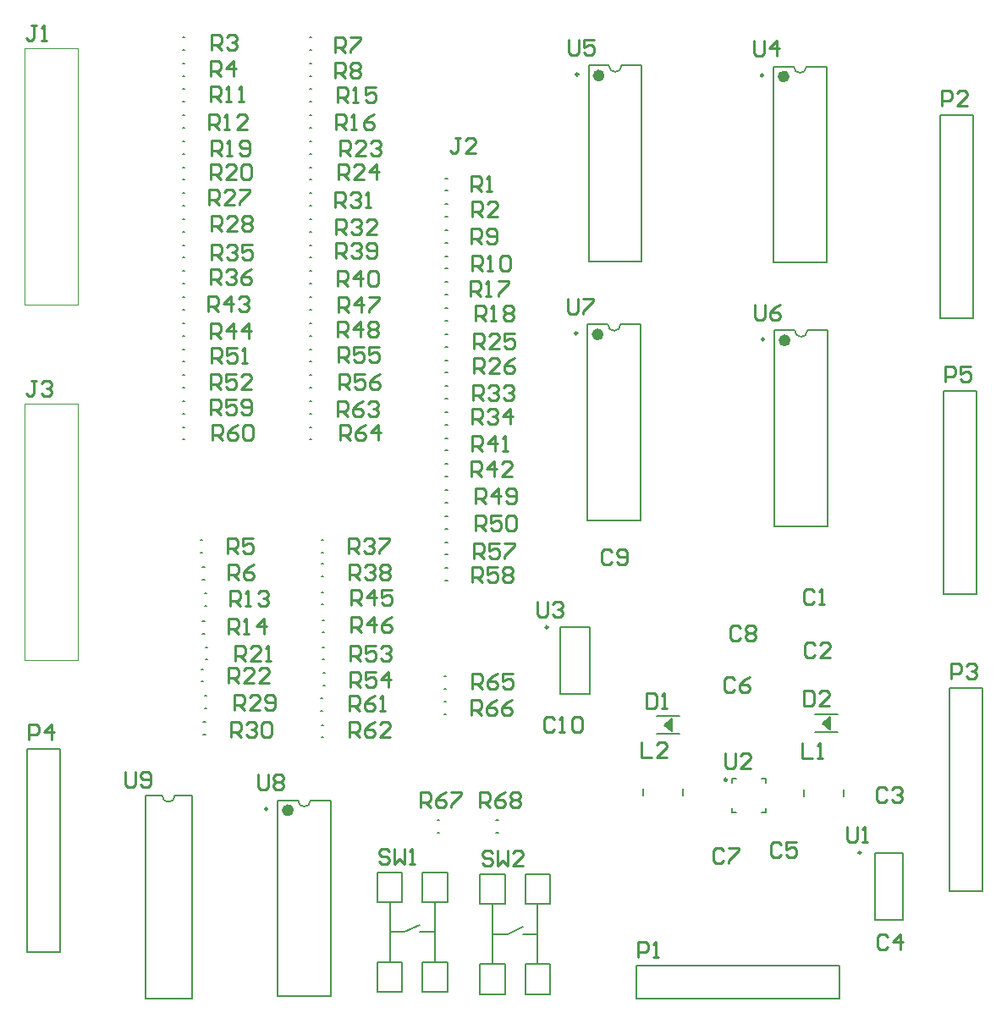
<source format=gto>
G04 Layer_Color=15132400*
%FSLAX44Y44*%
%MOMM*%
G71*
G01*
G75*
%ADD26C,0.2540*%
%ADD42C,0.6000*%
%ADD43C,0.2500*%
%ADD44C,0.2000*%
%ADD45C,0.1270*%
%ADD46C,0.1000*%
D26*
X369990Y496565D02*
Y483869D01*
X372529Y481330D01*
X377608D01*
X380147Y483869D01*
Y496565D01*
X385225Y483869D02*
X387764Y481330D01*
X392843D01*
X395382Y483869D01*
Y494026D01*
X392843Y496565D01*
X387764D01*
X385225Y494026D01*
Y491487D01*
X387764Y488947D01*
X395382D01*
X502899Y493566D02*
Y480870D01*
X505438Y478331D01*
X510517D01*
X513056Y480870D01*
Y493566D01*
X518134Y491027D02*
X520673Y493566D01*
X525752D01*
X528291Y491027D01*
Y488488D01*
X525752Y485948D01*
X528291Y483409D01*
Y480870D01*
X525752Y478331D01*
X520673D01*
X518134Y480870D01*
Y483409D01*
X520673Y485948D01*
X518134Y488488D01*
Y491027D01*
X520673Y485948D02*
X525752D01*
X812899Y969566D02*
Y956870D01*
X815438Y954331D01*
X820517D01*
X823056Y956870D01*
Y969566D01*
X828134D02*
X838291D01*
Y967027D01*
X828134Y956870D01*
Y954331D01*
X999899Y963566D02*
Y950870D01*
X1002438Y948331D01*
X1007516D01*
X1010056Y950870D01*
Y963566D01*
X1025291D02*
X1020212Y961027D01*
X1015134Y955948D01*
Y950870D01*
X1017673Y948331D01*
X1022752D01*
X1025291Y950870D01*
Y953409D01*
X1022752Y955948D01*
X1015134D01*
X813899Y1228566D02*
Y1215870D01*
X816438Y1213331D01*
X821516D01*
X824056Y1215870D01*
Y1228566D01*
X839291D02*
X829134D01*
Y1220948D01*
X834212Y1223488D01*
X836752D01*
X839291Y1220948D01*
Y1215870D01*
X836752Y1213331D01*
X831673D01*
X829134Y1215870D01*
X998899Y1227566D02*
Y1214870D01*
X1001438Y1212331D01*
X1006516D01*
X1009056Y1214870D01*
Y1227566D01*
X1021752Y1212331D02*
Y1227566D01*
X1014134Y1219949D01*
X1024291D01*
X782281Y666288D02*
Y653592D01*
X784820Y651053D01*
X789899D01*
X792438Y653592D01*
Y666288D01*
X797516Y663749D02*
X800055Y666288D01*
X805134D01*
X807673Y663749D01*
Y661210D01*
X805134Y658671D01*
X802594D01*
X805134D01*
X807673Y656131D01*
Y653592D01*
X805134Y651053D01*
X800055D01*
X797516Y653592D01*
X970505Y515032D02*
Y502336D01*
X973044Y499797D01*
X978122D01*
X980662Y502336D01*
Y515032D01*
X995897Y499797D02*
X985740D01*
X995897Y509954D01*
Y512493D01*
X993358Y515032D01*
X988279D01*
X985740Y512493D01*
X1092394Y441167D02*
Y428471D01*
X1094933Y425932D01*
X1100012D01*
X1102551Y428471D01*
Y441167D01*
X1107629Y425932D02*
X1112707D01*
X1110168D01*
Y441167D01*
X1107629Y438628D01*
X716000Y553000D02*
Y568235D01*
X723618D01*
X726157Y565696D01*
Y560618D01*
X723618Y558078D01*
X716000D01*
X721078D02*
X726157Y553000D01*
X741392Y568235D02*
X736313Y565696D01*
X731235Y560618D01*
Y555539D01*
X733774Y553000D01*
X738853D01*
X741392Y555539D01*
Y558078D01*
X738853Y560618D01*
X731235D01*
X756627Y568235D02*
X751548Y565696D01*
X746470Y560618D01*
Y555539D01*
X749009Y553000D01*
X754088D01*
X756627Y555539D01*
Y558078D01*
X754088Y560618D01*
X746470D01*
X717000Y579000D02*
Y594235D01*
X724617D01*
X727157Y591696D01*
Y586618D01*
X724617Y584078D01*
X717000D01*
X722078D02*
X727157Y579000D01*
X742392Y594235D02*
X737313Y591696D01*
X732235Y586618D01*
Y581539D01*
X734774Y579000D01*
X739853D01*
X742392Y581539D01*
Y584078D01*
X739853Y586618D01*
X732235D01*
X757627Y594235D02*
X747470D01*
Y586618D01*
X752549Y589157D01*
X755088D01*
X757627Y586618D01*
Y581539D01*
X755088Y579000D01*
X750009D01*
X747470Y581539D01*
X585000Y828000D02*
Y843235D01*
X592618D01*
X595157Y840696D01*
Y835618D01*
X592618Y833078D01*
X585000D01*
X590078D02*
X595157Y828000D01*
X610392Y843235D02*
X605313Y840696D01*
X600235Y835618D01*
Y830539D01*
X602774Y828000D01*
X607853D01*
X610392Y830539D01*
Y833078D01*
X607853Y835618D01*
X600235D01*
X623088Y828000D02*
Y843235D01*
X615470Y835618D01*
X625627D01*
X582000Y852000D02*
Y867235D01*
X589618D01*
X592157Y864696D01*
Y859618D01*
X589618Y857078D01*
X582000D01*
X587078D02*
X592157Y852000D01*
X607392Y867235D02*
X602313Y864696D01*
X597235Y859618D01*
Y854539D01*
X599774Y852000D01*
X604853D01*
X607392Y854539D01*
Y857078D01*
X604853Y859618D01*
X597235D01*
X612470Y864696D02*
X615009Y867235D01*
X620088D01*
X622627Y864696D01*
Y862157D01*
X620088Y859618D01*
X617548D01*
X620088D01*
X622627Y857078D01*
Y854539D01*
X620088Y852000D01*
X615009D01*
X612470Y854539D01*
X594000Y531000D02*
Y546235D01*
X601618D01*
X604157Y543696D01*
Y538618D01*
X601618Y536078D01*
X594000D01*
X599078D02*
X604157Y531000D01*
X619392Y546235D02*
X614313Y543696D01*
X609235Y538618D01*
Y533539D01*
X611774Y531000D01*
X616853D01*
X619392Y533539D01*
Y536078D01*
X616853Y538618D01*
X609235D01*
X634627Y531000D02*
X624470D01*
X634627Y541157D01*
Y543696D01*
X632088Y546235D01*
X627009D01*
X624470Y543696D01*
X594000Y557000D02*
Y572235D01*
X601618D01*
X604157Y569696D01*
Y564618D01*
X601618Y562078D01*
X594000D01*
X599078D02*
X604157Y557000D01*
X619392Y572235D02*
X614313Y569696D01*
X609235Y564618D01*
Y559539D01*
X611774Y557000D01*
X616853D01*
X619392Y559539D01*
Y562078D01*
X616853Y564618D01*
X609235D01*
X624470Y557000D02*
X629548D01*
X627009D01*
Y572235D01*
X624470Y569696D01*
X457000Y828000D02*
Y843235D01*
X464618D01*
X467157Y840696D01*
Y835618D01*
X464618Y833078D01*
X457000D01*
X462078D02*
X467157Y828000D01*
X482392Y843235D02*
X477313Y840696D01*
X472235Y835618D01*
Y830539D01*
X474774Y828000D01*
X479853D01*
X482392Y830539D01*
Y833078D01*
X479853Y835618D01*
X472235D01*
X487470Y840696D02*
X490009Y843235D01*
X495088D01*
X497627Y840696D01*
Y830539D01*
X495088Y828000D01*
X490009D01*
X487470Y830539D01*
Y840696D01*
X455000Y854000D02*
Y869235D01*
X462617D01*
X465157Y866696D01*
Y861618D01*
X462617Y859078D01*
X455000D01*
X460078D02*
X465157Y854000D01*
X480392Y869235D02*
X470235D01*
Y861618D01*
X475313Y864157D01*
X477853D01*
X480392Y861618D01*
Y856539D01*
X477853Y854000D01*
X472774D01*
X470235Y856539D01*
X485470D02*
X488009Y854000D01*
X493088D01*
X495627Y856539D01*
Y866696D01*
X493088Y869235D01*
X488009D01*
X485470Y866696D01*
Y864157D01*
X488009Y861618D01*
X495627D01*
X717000Y686000D02*
Y701235D01*
X724617D01*
X727157Y698696D01*
Y693617D01*
X724617Y691078D01*
X717000D01*
X722078D02*
X727157Y686000D01*
X742392Y701235D02*
X732235D01*
Y693617D01*
X737313Y696157D01*
X739853D01*
X742392Y693617D01*
Y688539D01*
X739853Y686000D01*
X734774D01*
X732235Y688539D01*
X747470Y698696D02*
X750009Y701235D01*
X755088D01*
X757627Y698696D01*
Y696157D01*
X755088Y693617D01*
X757627Y691078D01*
Y688539D01*
X755088Y686000D01*
X750009D01*
X747470Y688539D01*
Y691078D01*
X750009Y693617D01*
X747470Y696157D01*
Y698696D01*
X750009Y693617D02*
X755088D01*
X719000Y710000D02*
Y725235D01*
X726618D01*
X729157Y722696D01*
Y717617D01*
X726618Y715078D01*
X719000D01*
X724078D02*
X729157Y710000D01*
X744392Y725235D02*
X734235D01*
Y717617D01*
X739313Y720157D01*
X741853D01*
X744392Y717617D01*
Y712539D01*
X741853Y710000D01*
X736774D01*
X734235Y712539D01*
X749470Y725235D02*
X759627D01*
Y722696D01*
X749470Y712539D01*
Y710000D01*
X584000Y879000D02*
Y894235D01*
X591618D01*
X594157Y891696D01*
Y886618D01*
X591618Y884078D01*
X584000D01*
X589078D02*
X594157Y879000D01*
X609392Y894235D02*
X599235D01*
Y886618D01*
X604313Y889157D01*
X606853D01*
X609392Y886618D01*
Y881539D01*
X606853Y879000D01*
X601774D01*
X599235Y881539D01*
X624627Y894235D02*
X619548Y891696D01*
X614470Y886618D01*
Y881539D01*
X617009Y879000D01*
X622088D01*
X624627Y881539D01*
Y884078D01*
X622088Y886618D01*
X614470D01*
X583000Y906000D02*
Y921235D01*
X590617D01*
X593157Y918696D01*
Y913617D01*
X590617Y911078D01*
X583000D01*
X588078D02*
X593157Y906000D01*
X608392Y921235D02*
X598235D01*
Y913617D01*
X603313Y916157D01*
X605853D01*
X608392Y913617D01*
Y908539D01*
X605853Y906000D01*
X600774D01*
X598235Y908539D01*
X623627Y921235D02*
X613470D01*
Y913617D01*
X618549Y916157D01*
X621088D01*
X623627Y913617D01*
Y908539D01*
X621088Y906000D01*
X616009D01*
X613470Y908539D01*
X595000Y581000D02*
Y596235D01*
X602618D01*
X605157Y593696D01*
Y588618D01*
X602618Y586078D01*
X595000D01*
X600078D02*
X605157Y581000D01*
X620392Y596235D02*
X610235D01*
Y588618D01*
X615313Y591157D01*
X617853D01*
X620392Y588618D01*
Y583539D01*
X617853Y581000D01*
X612774D01*
X610235Y583539D01*
X633088Y581000D02*
Y596235D01*
X625470Y588618D01*
X635627D01*
X595000Y607000D02*
Y622235D01*
X602618D01*
X605157Y619696D01*
Y614618D01*
X602618Y612078D01*
X595000D01*
X600078D02*
X605157Y607000D01*
X620392Y622235D02*
X610235D01*
Y614618D01*
X615313Y617157D01*
X617853D01*
X620392Y614618D01*
Y609539D01*
X617853Y607000D01*
X612774D01*
X610235Y609539D01*
X625470Y619696D02*
X628009Y622235D01*
X633088D01*
X635627Y619696D01*
Y617157D01*
X633088Y614618D01*
X630549D01*
X633088D01*
X635627Y612078D01*
Y609539D01*
X633088Y607000D01*
X628009D01*
X625470Y609539D01*
X455000Y879000D02*
Y894235D01*
X462617D01*
X465157Y891696D01*
Y886618D01*
X462617Y884078D01*
X455000D01*
X460078D02*
X465157Y879000D01*
X480392Y894235D02*
X470235D01*
Y886618D01*
X475313Y889157D01*
X477853D01*
X480392Y886618D01*
Y881539D01*
X477853Y879000D01*
X472774D01*
X470235Y881539D01*
X495627Y879000D02*
X485470D01*
X495627Y889157D01*
Y891696D01*
X493088Y894235D01*
X488009D01*
X485470Y891696D01*
X456000Y905000D02*
Y920235D01*
X463618D01*
X466157Y917696D01*
Y912617D01*
X463618Y910078D01*
X456000D01*
X461078D02*
X466157Y905000D01*
X481392Y920235D02*
X471235D01*
Y912617D01*
X476313Y915157D01*
X478853D01*
X481392Y912617D01*
Y907539D01*
X478853Y905000D01*
X473774D01*
X471235Y907539D01*
X486470Y905000D02*
X491549D01*
X489009D01*
Y920235D01*
X486470Y917696D01*
X720000Y738000D02*
Y753235D01*
X727617D01*
X730157Y750696D01*
Y745618D01*
X727617Y743078D01*
X720000D01*
X725078D02*
X730157Y738000D01*
X745392Y753235D02*
X735235D01*
Y745618D01*
X740313Y748157D01*
X742853D01*
X745392Y745618D01*
Y740539D01*
X742853Y738000D01*
X737774D01*
X735235Y740539D01*
X750470Y750696D02*
X753009Y753235D01*
X758088D01*
X760627Y750696D01*
Y740539D01*
X758088Y738000D01*
X753009D01*
X750470Y740539D01*
Y750696D01*
X720000Y765000D02*
Y780235D01*
X727618D01*
X730157Y777696D01*
Y772617D01*
X727618Y770078D01*
X720000D01*
X725078D02*
X730157Y765000D01*
X742853D02*
Y780235D01*
X735235Y772617D01*
X745392D01*
X750470Y767539D02*
X753009Y765000D01*
X758088D01*
X760627Y767539D01*
Y777696D01*
X758088Y780235D01*
X753009D01*
X750470Y777696D01*
Y775157D01*
X753009Y772617D01*
X760627D01*
X582000Y932000D02*
Y947235D01*
X589618D01*
X592157Y944696D01*
Y939617D01*
X589618Y937078D01*
X582000D01*
X587078D02*
X592157Y932000D01*
X604853D02*
Y947235D01*
X597235Y939617D01*
X607392D01*
X612470Y944696D02*
X615009Y947235D01*
X620088D01*
X622627Y944696D01*
Y942157D01*
X620088Y939617D01*
X622627Y937078D01*
Y934539D01*
X620088Y932000D01*
X615009D01*
X612470Y934539D01*
Y937078D01*
X615009Y939617D01*
X612470Y942157D01*
Y944696D01*
X615009Y939617D02*
X620088D01*
X583000Y956000D02*
Y971235D01*
X590618D01*
X593157Y968696D01*
Y963618D01*
X590618Y961078D01*
X583000D01*
X588078D02*
X593157Y956000D01*
X605853D02*
Y971235D01*
X598235Y963618D01*
X608392D01*
X613470Y971235D02*
X623627D01*
Y968696D01*
X613470Y958539D01*
Y956000D01*
X596000Y636000D02*
Y651235D01*
X603618D01*
X606157Y648696D01*
Y643617D01*
X603618Y641078D01*
X596000D01*
X601078D02*
X606157Y636000D01*
X618853D02*
Y651235D01*
X611235Y643617D01*
X621392D01*
X636627Y651235D02*
X631549Y648696D01*
X626470Y643617D01*
Y638539D01*
X629009Y636000D01*
X634088D01*
X636627Y638539D01*
Y641078D01*
X634088Y643617D01*
X626470D01*
X596000Y663000D02*
Y678235D01*
X603618D01*
X606157Y675696D01*
Y670618D01*
X603618Y668078D01*
X596000D01*
X601078D02*
X606157Y663000D01*
X618853D02*
Y678235D01*
X611235Y670618D01*
X621392D01*
X636627Y678235D02*
X626470D01*
Y670618D01*
X631548Y673157D01*
X634088D01*
X636627Y670618D01*
Y665539D01*
X634088Y663000D01*
X629009D01*
X626470Y665539D01*
X455000Y930000D02*
Y945235D01*
X462617D01*
X465157Y942696D01*
Y937617D01*
X462617Y935078D01*
X455000D01*
X460078D02*
X465157Y930000D01*
X477853D02*
Y945235D01*
X470235Y937617D01*
X480392D01*
X493088Y930000D02*
Y945235D01*
X485470Y937617D01*
X495627D01*
X453000Y957000D02*
Y972235D01*
X460617D01*
X463157Y969696D01*
Y964617D01*
X460617Y962078D01*
X453000D01*
X458078D02*
X463157Y957000D01*
X475853D02*
Y972235D01*
X468235Y964617D01*
X478392D01*
X483470Y969696D02*
X486009Y972235D01*
X491088D01*
X493627Y969696D01*
Y967157D01*
X491088Y964617D01*
X488549D01*
X491088D01*
X493627Y962078D01*
Y959539D01*
X491088Y957000D01*
X486009D01*
X483470Y959539D01*
X716000Y792000D02*
Y807235D01*
X723618D01*
X726157Y804696D01*
Y799617D01*
X723618Y797078D01*
X716000D01*
X721078D02*
X726157Y792000D01*
X738853D02*
Y807235D01*
X731235Y799617D01*
X741392D01*
X756627Y792000D02*
X746470D01*
X756627Y802157D01*
Y804696D01*
X754088Y807235D01*
X749009D01*
X746470Y804696D01*
X717000Y817000D02*
Y832235D01*
X724617D01*
X727157Y829696D01*
Y824617D01*
X724617Y822078D01*
X717000D01*
X722078D02*
X727157Y817000D01*
X739853D02*
Y832235D01*
X732235Y824617D01*
X742392D01*
X747470Y817000D02*
X752549D01*
X750009D01*
Y832235D01*
X747470Y829696D01*
X582000Y982000D02*
Y997235D01*
X589618D01*
X592157Y994696D01*
Y989617D01*
X589618Y987078D01*
X582000D01*
X587078D02*
X592157Y982000D01*
X604853D02*
Y997235D01*
X597235Y989617D01*
X607392D01*
X612470Y994696D02*
X615009Y997235D01*
X620088D01*
X622627Y994696D01*
Y984539D01*
X620088Y982000D01*
X615009D01*
X612470Y984539D01*
Y994696D01*
X581000Y1010000D02*
Y1025235D01*
X588618D01*
X591157Y1022696D01*
Y1017617D01*
X588618Y1015078D01*
X581000D01*
X586078D02*
X591157Y1010000D01*
X596235Y1022696D02*
X598774Y1025235D01*
X603853D01*
X606392Y1022696D01*
Y1020157D01*
X603853Y1017617D01*
X601313D01*
X603853D01*
X606392Y1015078D01*
Y1012539D01*
X603853Y1010000D01*
X598774D01*
X596235Y1012539D01*
X611470D02*
X614009Y1010000D01*
X619088D01*
X621627Y1012539D01*
Y1022696D01*
X619088Y1025235D01*
X614009D01*
X611470Y1022696D01*
Y1020157D01*
X614009Y1017617D01*
X621627D01*
X594000Y689000D02*
Y704235D01*
X601618D01*
X604157Y701696D01*
Y696618D01*
X601618Y694078D01*
X594000D01*
X599078D02*
X604157Y689000D01*
X609235Y701696D02*
X611774Y704235D01*
X616853D01*
X619392Y701696D01*
Y699157D01*
X616853Y696618D01*
X614313D01*
X616853D01*
X619392Y694078D01*
Y691539D01*
X616853Y689000D01*
X611774D01*
X609235Y691539D01*
X624470Y701696D02*
X627009Y704235D01*
X632088D01*
X634627Y701696D01*
Y699157D01*
X632088Y696618D01*
X634627Y694078D01*
Y691539D01*
X632088Y689000D01*
X627009D01*
X624470Y691539D01*
Y694078D01*
X627009Y696618D01*
X624470Y699157D01*
Y701696D01*
X627009Y696618D02*
X632088D01*
X593000Y715000D02*
Y730235D01*
X600617D01*
X603157Y727696D01*
Y722617D01*
X600617Y720078D01*
X593000D01*
X598078D02*
X603157Y715000D01*
X608235Y727696D02*
X610774Y730235D01*
X615853D01*
X618392Y727696D01*
Y725157D01*
X615853Y722617D01*
X613313D01*
X615853D01*
X618392Y720078D01*
Y717539D01*
X615853Y715000D01*
X610774D01*
X608235Y717539D01*
X623470Y730235D02*
X633627D01*
Y727696D01*
X623470Y717539D01*
Y715000D01*
X455000Y984000D02*
Y999235D01*
X462617D01*
X465157Y996696D01*
Y991618D01*
X462617Y989078D01*
X455000D01*
X460078D02*
X465157Y984000D01*
X470235Y996696D02*
X472774Y999235D01*
X477853D01*
X480392Y996696D01*
Y994157D01*
X477853Y991618D01*
X475313D01*
X477853D01*
X480392Y989078D01*
Y986539D01*
X477853Y984000D01*
X472774D01*
X470235Y986539D01*
X495627Y999235D02*
X490549Y996696D01*
X485470Y991618D01*
Y986539D01*
X488009Y984000D01*
X493088D01*
X495627Y986539D01*
Y989078D01*
X493088Y991618D01*
X485470D01*
X456000Y1009000D02*
Y1024235D01*
X463618D01*
X466157Y1021696D01*
Y1016618D01*
X463618Y1014078D01*
X456000D01*
X461078D02*
X466157Y1009000D01*
X471235Y1021696D02*
X473774Y1024235D01*
X478853D01*
X481392Y1021696D01*
Y1019157D01*
X478853Y1016618D01*
X476313D01*
X478853D01*
X481392Y1014078D01*
Y1011539D01*
X478853Y1009000D01*
X473774D01*
X471235Y1011539D01*
X496627Y1024235D02*
X486470D01*
Y1016618D01*
X491549Y1019157D01*
X494088D01*
X496627Y1016618D01*
Y1011539D01*
X494088Y1009000D01*
X489009D01*
X486470Y1011539D01*
X717000Y844000D02*
Y859235D01*
X724617D01*
X727157Y856696D01*
Y851618D01*
X724617Y849078D01*
X717000D01*
X722078D02*
X727157Y844000D01*
X732235Y856696D02*
X734774Y859235D01*
X739853D01*
X742392Y856696D01*
Y854157D01*
X739853Y851618D01*
X737313D01*
X739853D01*
X742392Y849078D01*
Y846539D01*
X739853Y844000D01*
X734774D01*
X732235Y846539D01*
X755088Y844000D02*
Y859235D01*
X747470Y851618D01*
X757627D01*
X718000Y868000D02*
Y883235D01*
X725618D01*
X728157Y880696D01*
Y875618D01*
X725618Y873078D01*
X718000D01*
X723078D02*
X728157Y868000D01*
X733235Y880696D02*
X735774Y883235D01*
X740853D01*
X743392Y880696D01*
Y878157D01*
X740853Y875618D01*
X738313D01*
X740853D01*
X743392Y873078D01*
Y870539D01*
X740853Y868000D01*
X735774D01*
X733235Y870539D01*
X748470Y880696D02*
X751009Y883235D01*
X756088D01*
X758627Y880696D01*
Y878157D01*
X756088Y875618D01*
X753549D01*
X756088D01*
X758627Y873078D01*
Y870539D01*
X756088Y868000D01*
X751009D01*
X748470Y870539D01*
X581000Y1034000D02*
Y1049235D01*
X588618D01*
X591157Y1046696D01*
Y1041618D01*
X588618Y1039078D01*
X581000D01*
X586078D02*
X591157Y1034000D01*
X596235Y1046696D02*
X598774Y1049235D01*
X603853D01*
X606392Y1046696D01*
Y1044157D01*
X603853Y1041618D01*
X601313D01*
X603853D01*
X606392Y1039078D01*
Y1036539D01*
X603853Y1034000D01*
X598774D01*
X596235Y1036539D01*
X621627Y1034000D02*
X611470D01*
X621627Y1044157D01*
Y1046696D01*
X619088Y1049235D01*
X614009D01*
X611470Y1046696D01*
X580000Y1061000D02*
Y1076235D01*
X587617D01*
X590157Y1073696D01*
Y1068617D01*
X587617Y1066078D01*
X580000D01*
X585078D02*
X590157Y1061000D01*
X595235Y1073696D02*
X597774Y1076235D01*
X602853D01*
X605392Y1073696D01*
Y1071157D01*
X602853Y1068617D01*
X600313D01*
X602853D01*
X605392Y1066078D01*
Y1063539D01*
X602853Y1061000D01*
X597774D01*
X595235Y1063539D01*
X610470Y1061000D02*
X615549D01*
X613009D01*
Y1076235D01*
X610470Y1073696D01*
X476000Y531000D02*
Y546235D01*
X483618D01*
X486157Y543696D01*
Y538618D01*
X483618Y536078D01*
X476000D01*
X481078D02*
X486157Y531000D01*
X491235Y543696D02*
X493774Y546235D01*
X498853D01*
X501392Y543696D01*
Y541157D01*
X498853Y538618D01*
X496313D01*
X498853D01*
X501392Y536078D01*
Y533539D01*
X498853Y531000D01*
X493774D01*
X491235Y533539D01*
X506470Y543696D02*
X509009Y546235D01*
X514088D01*
X516627Y543696D01*
Y533539D01*
X514088Y531000D01*
X509009D01*
X506470Y533539D01*
Y543696D01*
X479000Y558000D02*
Y573235D01*
X486618D01*
X489157Y570696D01*
Y565618D01*
X486618Y563078D01*
X479000D01*
X484078D02*
X489157Y558000D01*
X504392D02*
X494235D01*
X504392Y568157D01*
Y570696D01*
X501853Y573235D01*
X496774D01*
X494235Y570696D01*
X509470Y560539D02*
X512009Y558000D01*
X517088D01*
X519627Y560539D01*
Y570696D01*
X517088Y573235D01*
X512009D01*
X509470Y570696D01*
Y568157D01*
X512009Y565618D01*
X519627D01*
X456000Y1037000D02*
Y1052235D01*
X463618D01*
X466157Y1049696D01*
Y1044617D01*
X463618Y1042078D01*
X456000D01*
X461078D02*
X466157Y1037000D01*
X481392D02*
X471235D01*
X481392Y1047157D01*
Y1049696D01*
X478853Y1052235D01*
X473774D01*
X471235Y1049696D01*
X486470D02*
X489009Y1052235D01*
X494088D01*
X496627Y1049696D01*
Y1047157D01*
X494088Y1044617D01*
X496627Y1042078D01*
Y1039539D01*
X494088Y1037000D01*
X489009D01*
X486470Y1039539D01*
Y1042078D01*
X489009Y1044617D01*
X486470Y1047157D01*
Y1049696D01*
X489009Y1044617D02*
X494088D01*
X454000Y1064000D02*
Y1079235D01*
X461618D01*
X464157Y1076696D01*
Y1071618D01*
X461618Y1069078D01*
X454000D01*
X459078D02*
X464157Y1064000D01*
X479392D02*
X469235D01*
X479392Y1074157D01*
Y1076696D01*
X476853Y1079235D01*
X471774D01*
X469235Y1076696D01*
X484470Y1079235D02*
X494627D01*
Y1076696D01*
X484470Y1066539D01*
Y1064000D01*
X719000Y895000D02*
Y910235D01*
X726618D01*
X729157Y907696D01*
Y902617D01*
X726618Y900078D01*
X719000D01*
X724078D02*
X729157Y895000D01*
X744392D02*
X734235D01*
X744392Y905157D01*
Y907696D01*
X741853Y910235D01*
X736774D01*
X734235Y907696D01*
X759627Y910235D02*
X754548Y907696D01*
X749470Y902617D01*
Y897539D01*
X752009Y895000D01*
X757088D01*
X759627Y897539D01*
Y900078D01*
X757088Y902617D01*
X749470D01*
X719000Y920000D02*
Y935235D01*
X726618D01*
X729157Y932696D01*
Y927617D01*
X726618Y925078D01*
X719000D01*
X724078D02*
X729157Y920000D01*
X744392D02*
X734235D01*
X744392Y930157D01*
Y932696D01*
X741853Y935235D01*
X736774D01*
X734235Y932696D01*
X759627Y935235D02*
X749470D01*
Y927617D01*
X754548Y930157D01*
X757088D01*
X759627Y927617D01*
Y922539D01*
X757088Y920000D01*
X752009D01*
X749470Y922539D01*
X583000Y1089000D02*
Y1104235D01*
X590617D01*
X593157Y1101696D01*
Y1096618D01*
X590617Y1094078D01*
X583000D01*
X588078D02*
X593157Y1089000D01*
X608392D02*
X598235D01*
X608392Y1099157D01*
Y1101696D01*
X605853Y1104235D01*
X600774D01*
X598235Y1101696D01*
X621088Y1089000D02*
Y1104235D01*
X613470Y1096618D01*
X623627D01*
X585000Y1113000D02*
Y1128235D01*
X592617D01*
X595157Y1125696D01*
Y1120618D01*
X592617Y1118078D01*
X585000D01*
X590078D02*
X595157Y1113000D01*
X610392D02*
X600235D01*
X610392Y1123157D01*
Y1125696D01*
X607853Y1128235D01*
X602774D01*
X600235Y1125696D01*
X615470D02*
X618009Y1128235D01*
X623088D01*
X625627Y1125696D01*
Y1123157D01*
X623088Y1120618D01*
X620549D01*
X623088D01*
X625627Y1118078D01*
Y1115539D01*
X623088Y1113000D01*
X618009D01*
X615470Y1115539D01*
X473000Y585000D02*
Y600235D01*
X480617D01*
X483157Y597696D01*
Y592617D01*
X480617Y590078D01*
X473000D01*
X478078D02*
X483157Y585000D01*
X498392D02*
X488235D01*
X498392Y595157D01*
Y597696D01*
X495853Y600235D01*
X490774D01*
X488235Y597696D01*
X513627Y585000D02*
X503470D01*
X513627Y595157D01*
Y597696D01*
X511088Y600235D01*
X506009D01*
X503470Y597696D01*
X480000Y607000D02*
Y622235D01*
X487617D01*
X490157Y619696D01*
Y614618D01*
X487617Y612078D01*
X480000D01*
X485078D02*
X490157Y607000D01*
X505392D02*
X495235D01*
X505392Y617157D01*
Y619696D01*
X502853Y622235D01*
X497774D01*
X495235Y619696D01*
X510470Y607000D02*
X515549D01*
X513009D01*
Y622235D01*
X510470Y619696D01*
X455000Y1089000D02*
Y1104235D01*
X462617D01*
X465157Y1101696D01*
Y1096618D01*
X462617Y1094078D01*
X455000D01*
X460078D02*
X465157Y1089000D01*
X480392D02*
X470235D01*
X480392Y1099157D01*
Y1101696D01*
X477853Y1104235D01*
X472774D01*
X470235Y1101696D01*
X485470D02*
X488009Y1104235D01*
X493088D01*
X495627Y1101696D01*
Y1091539D01*
X493088Y1089000D01*
X488009D01*
X485470Y1091539D01*
Y1101696D01*
X456000Y1113000D02*
Y1128235D01*
X463618D01*
X466157Y1125696D01*
Y1120618D01*
X463618Y1118078D01*
X456000D01*
X461078D02*
X466157Y1113000D01*
X471235D02*
X476313D01*
X473774D01*
Y1128235D01*
X471235Y1125696D01*
X483931Y1115539D02*
X486470Y1113000D01*
X491549D01*
X494088Y1115539D01*
Y1125696D01*
X491549Y1128235D01*
X486470D01*
X483931Y1125696D01*
Y1123157D01*
X486470Y1120618D01*
X494088D01*
X720000Y948000D02*
Y963235D01*
X727618D01*
X730157Y960696D01*
Y955618D01*
X727618Y953078D01*
X720000D01*
X725078D02*
X730157Y948000D01*
X735235D02*
X740313D01*
X737774D01*
Y963235D01*
X735235Y960696D01*
X747931D02*
X750470Y963235D01*
X755548D01*
X758088Y960696D01*
Y958157D01*
X755548Y955618D01*
X758088Y953078D01*
Y950539D01*
X755548Y948000D01*
X750470D01*
X747931Y950539D01*
Y953078D01*
X750470Y955618D01*
X747931Y958157D01*
Y960696D01*
X750470Y955618D02*
X755548D01*
X715000Y972000D02*
Y987235D01*
X722618D01*
X725157Y984696D01*
Y979617D01*
X722618Y977078D01*
X715000D01*
X720078D02*
X725157Y972000D01*
X730235D02*
X735313D01*
X732774D01*
Y987235D01*
X730235Y984696D01*
X742931Y987235D02*
X753088D01*
Y984696D01*
X742931Y974539D01*
Y972000D01*
X581000Y1139000D02*
Y1154235D01*
X588618D01*
X591157Y1151696D01*
Y1146618D01*
X588618Y1144078D01*
X581000D01*
X586078D02*
X591157Y1139000D01*
X596235D02*
X601313D01*
X598774D01*
Y1154235D01*
X596235Y1151696D01*
X619088Y1154235D02*
X614009Y1151696D01*
X608931Y1146618D01*
Y1141539D01*
X611470Y1139000D01*
X616549D01*
X619088Y1141539D01*
Y1144078D01*
X616549Y1146618D01*
X608931D01*
X582000Y1166000D02*
Y1181235D01*
X589618D01*
X592157Y1178696D01*
Y1173617D01*
X589618Y1171078D01*
X582000D01*
X587078D02*
X592157Y1166000D01*
X597235D02*
X602313D01*
X599774D01*
Y1181235D01*
X597235Y1178696D01*
X620088Y1181235D02*
X609931D01*
Y1173617D01*
X615009Y1176157D01*
X617548D01*
X620088Y1173617D01*
Y1168539D01*
X617548Y1166000D01*
X612470D01*
X609931Y1168539D01*
X473000Y634000D02*
Y649235D01*
X480617D01*
X483157Y646696D01*
Y641618D01*
X480617Y639078D01*
X473000D01*
X478078D02*
X483157Y634000D01*
X488235D02*
X493313D01*
X490774D01*
Y649235D01*
X488235Y646696D01*
X508549Y634000D02*
Y649235D01*
X500931Y641618D01*
X511088D01*
X475000Y662000D02*
Y677235D01*
X482617D01*
X485157Y674696D01*
Y669617D01*
X482617Y667078D01*
X475000D01*
X480078D02*
X485157Y662000D01*
X490235D02*
X495313D01*
X492774D01*
Y677235D01*
X490235Y674696D01*
X502931D02*
X505470Y677235D01*
X510549D01*
X513088Y674696D01*
Y672157D01*
X510549Y669617D01*
X508009D01*
X510549D01*
X513088Y667078D01*
Y664539D01*
X510549Y662000D01*
X505470D01*
X502931Y664539D01*
X454000Y1139000D02*
Y1154235D01*
X461618D01*
X464157Y1151696D01*
Y1146618D01*
X461618Y1144078D01*
X454000D01*
X459078D02*
X464157Y1139000D01*
X469235D02*
X474313D01*
X471774D01*
Y1154235D01*
X469235Y1151696D01*
X492088Y1139000D02*
X481931D01*
X492088Y1149157D01*
Y1151696D01*
X489548Y1154235D01*
X484470D01*
X481931Y1151696D01*
X455000Y1167000D02*
Y1182235D01*
X462617D01*
X465157Y1179696D01*
Y1174617D01*
X462617Y1172078D01*
X455000D01*
X460078D02*
X465157Y1167000D01*
X470235D02*
X475313D01*
X472774D01*
Y1182235D01*
X470235Y1179696D01*
X482931Y1167000D02*
X488009D01*
X485470D01*
Y1182235D01*
X482931Y1179696D01*
X717000Y998000D02*
Y1013235D01*
X724617D01*
X727157Y1010696D01*
Y1005618D01*
X724617Y1003078D01*
X717000D01*
X722078D02*
X727157Y998000D01*
X732235D02*
X737313D01*
X734774D01*
Y1013235D01*
X732235Y1010696D01*
X744931D02*
X747470Y1013235D01*
X752549D01*
X755088Y1010696D01*
Y1000539D01*
X752549Y998000D01*
X747470D01*
X744931Y1000539D01*
Y1010696D01*
X716000Y1025000D02*
Y1040235D01*
X723617D01*
X726157Y1037696D01*
Y1032617D01*
X723617Y1030078D01*
X716000D01*
X721078D02*
X726157Y1025000D01*
X731235Y1027539D02*
X733774Y1025000D01*
X738853D01*
X741392Y1027539D01*
Y1037696D01*
X738853Y1040235D01*
X733774D01*
X731235Y1037696D01*
Y1035157D01*
X733774Y1032617D01*
X741392D01*
X580000Y1191000D02*
Y1206235D01*
X587617D01*
X590157Y1203696D01*
Y1198617D01*
X587617Y1196078D01*
X580000D01*
X585078D02*
X590157Y1191000D01*
X595235Y1203696D02*
X597774Y1206235D01*
X602853D01*
X605392Y1203696D01*
Y1201157D01*
X602853Y1198617D01*
X605392Y1196078D01*
Y1193539D01*
X602853Y1191000D01*
X597774D01*
X595235Y1193539D01*
Y1196078D01*
X597774Y1198617D01*
X595235Y1201157D01*
Y1203696D01*
X597774Y1198617D02*
X602853D01*
X580000Y1216000D02*
Y1231235D01*
X587617D01*
X590157Y1228696D01*
Y1223617D01*
X587617Y1221078D01*
X580000D01*
X585078D02*
X590157Y1216000D01*
X595235Y1231235D02*
X605392D01*
Y1228696D01*
X595235Y1218539D01*
Y1216000D01*
X473000Y689000D02*
Y704235D01*
X480617D01*
X483157Y701696D01*
Y696618D01*
X480617Y694078D01*
X473000D01*
X478078D02*
X483157Y689000D01*
X498392Y704235D02*
X493313Y701696D01*
X488235Y696618D01*
Y691539D01*
X490774Y689000D01*
X495853D01*
X498392Y691539D01*
Y694078D01*
X495853Y696618D01*
X488235D01*
X472000Y715000D02*
Y730235D01*
X479618D01*
X482157Y727696D01*
Y722617D01*
X479618Y720078D01*
X472000D01*
X477078D02*
X482157Y715000D01*
X497392Y730235D02*
X487235D01*
Y722617D01*
X492313Y725157D01*
X494853D01*
X497392Y722617D01*
Y717539D01*
X494853Y715000D01*
X489774D01*
X487235Y717539D01*
X455000Y1192000D02*
Y1207235D01*
X462617D01*
X465157Y1204696D01*
Y1199617D01*
X462617Y1197078D01*
X455000D01*
X460078D02*
X465157Y1192000D01*
X477853D02*
Y1207235D01*
X470235Y1199617D01*
X480392D01*
X456000Y1219000D02*
Y1234235D01*
X463618D01*
X466157Y1231696D01*
Y1226618D01*
X463618Y1224078D01*
X456000D01*
X461078D02*
X466157Y1219000D01*
X471235Y1231696D02*
X473774Y1234235D01*
X478853D01*
X481392Y1231696D01*
Y1229157D01*
X478853Y1226618D01*
X476313D01*
X478853D01*
X481392Y1224078D01*
Y1221539D01*
X478853Y1219000D01*
X473774D01*
X471235Y1221539D01*
X717000Y1052000D02*
Y1067235D01*
X724617D01*
X727157Y1064696D01*
Y1059617D01*
X724617Y1057078D01*
X717000D01*
X722078D02*
X727157Y1052000D01*
X742392D02*
X732235D01*
X742392Y1062157D01*
Y1064696D01*
X739853Y1067235D01*
X734774D01*
X732235Y1064696D01*
X716000Y1077000D02*
Y1092235D01*
X723618D01*
X726157Y1089696D01*
Y1084617D01*
X723618Y1082078D01*
X716000D01*
X721078D02*
X726157Y1077000D01*
X731235D02*
X736313D01*
X733774D01*
Y1092235D01*
X731235Y1089696D01*
X1190141Y886363D02*
Y901598D01*
X1197758D01*
X1200298Y899059D01*
Y893980D01*
X1197758Y891441D01*
X1190141D01*
X1215533Y901598D02*
X1205376D01*
Y893980D01*
X1210454Y896520D01*
X1212994D01*
X1215533Y893980D01*
Y888902D01*
X1212994Y886363D01*
X1207915D01*
X1205376Y888902D01*
X272996Y528420D02*
Y543655D01*
X280613D01*
X283153Y541116D01*
Y536037D01*
X280613Y533498D01*
X272996D01*
X295849Y528420D02*
Y543655D01*
X288231Y536037D01*
X298388D01*
X1196141Y589363D02*
Y604598D01*
X1203758D01*
X1206298Y602059D01*
Y596981D01*
X1203758Y594441D01*
X1196141D01*
X1211376Y602059D02*
X1213915Y604598D01*
X1218994D01*
X1221533Y602059D01*
Y599520D01*
X1218994Y596981D01*
X1216454D01*
X1218994D01*
X1221533Y594441D01*
Y591902D01*
X1218994Y589363D01*
X1213915D01*
X1211376Y591902D01*
X1187141Y1162363D02*
Y1177598D01*
X1194759D01*
X1197298Y1175059D01*
Y1169980D01*
X1194759Y1167441D01*
X1187141D01*
X1212533Y1162363D02*
X1202376D01*
X1212533Y1172520D01*
Y1175059D01*
X1209994Y1177598D01*
X1204915D01*
X1202376Y1175059D01*
X882582Y311086D02*
Y326321D01*
X890200D01*
X892739Y323782D01*
Y318704D01*
X890200Y316164D01*
X882582D01*
X897817Y311086D02*
X902895D01*
X900356D01*
Y326321D01*
X897817Y323782D01*
X886626Y525791D02*
Y510556D01*
X896783D01*
X912018D02*
X901861D01*
X912018Y520713D01*
Y523252D01*
X909479Y525791D01*
X904400D01*
X901861Y523252D01*
X1047462Y524881D02*
Y509646D01*
X1057619D01*
X1062697D02*
X1067775D01*
X1065236D01*
Y524881D01*
X1062697Y522342D01*
X281175Y887725D02*
X276096D01*
X278636D01*
Y875029D01*
X276096Y872490D01*
X273557D01*
X271018Y875029D01*
X286253Y885186D02*
X288792Y887725D01*
X293871D01*
X296410Y885186D01*
Y882647D01*
X293871Y880107D01*
X291331D01*
X293871D01*
X296410Y877568D01*
Y875029D01*
X293871Y872490D01*
X288792D01*
X286253Y875029D01*
X705157Y1130235D02*
X700078D01*
X702617D01*
Y1117539D01*
X700078Y1115000D01*
X697539D01*
X695000Y1117539D01*
X720392Y1115000D02*
X710235D01*
X720392Y1125157D01*
Y1127696D01*
X717853Y1130235D01*
X712774D01*
X710235Y1127696D01*
X281346Y1243206D02*
X276267D01*
X278806D01*
Y1230510D01*
X276267Y1227971D01*
X273728D01*
X271189Y1230510D01*
X286424Y1227971D02*
X291502D01*
X288963D01*
Y1243206D01*
X286424Y1240667D01*
X1049104Y577491D02*
Y562256D01*
X1056721D01*
X1059261Y564795D01*
Y574952D01*
X1056721Y577491D01*
X1049104D01*
X1074496Y562256D02*
X1064339D01*
X1074496Y572413D01*
Y574952D01*
X1071957Y577491D01*
X1066878D01*
X1064339Y574952D01*
X891014Y575267D02*
Y560032D01*
X898632D01*
X901171Y562571D01*
Y572728D01*
X898632Y575267D01*
X891014D01*
X906249Y560032D02*
X911327D01*
X908788D01*
Y575267D01*
X906249Y572728D01*
X799044Y548603D02*
X796505Y551142D01*
X791426D01*
X788887Y548603D01*
Y538446D01*
X791426Y535907D01*
X796505D01*
X799044Y538446D01*
X804122Y535907D02*
X809200D01*
X806661D01*
Y551142D01*
X804122Y548603D01*
X816818D02*
X819357Y551142D01*
X824436D01*
X826975Y548603D01*
Y538446D01*
X824436Y535907D01*
X819357D01*
X816818Y538446D01*
Y548603D01*
X857044Y716603D02*
X854504Y719142D01*
X849426D01*
X846887Y716603D01*
Y706446D01*
X849426Y703907D01*
X854504D01*
X857044Y706446D01*
X862122D02*
X864661Y703907D01*
X869740D01*
X872279Y706446D01*
Y716603D01*
X869740Y719142D01*
X864661D01*
X862122Y716603D01*
Y714064D01*
X864661Y711525D01*
X872279D01*
X985044Y640603D02*
X982505Y643142D01*
X977426D01*
X974887Y640603D01*
Y630446D01*
X977426Y627907D01*
X982505D01*
X985044Y630446D01*
X990122Y640603D02*
X992661Y643142D01*
X997740D01*
X1000279Y640603D01*
Y638064D01*
X997740Y635525D01*
X1000279Y632985D01*
Y630446D01*
X997740Y627907D01*
X992661D01*
X990122Y630446D01*
Y632985D01*
X992661Y635525D01*
X990122Y638064D01*
Y640603D01*
X992661Y635525D02*
X997740D01*
X968044Y417603D02*
X965505Y420142D01*
X960426D01*
X957887Y417603D01*
Y407446D01*
X960426Y404907D01*
X965505D01*
X968044Y407446D01*
X973122Y420142D02*
X983279D01*
Y417603D01*
X973122Y407446D01*
Y404907D01*
X979044Y588603D02*
X976505Y591142D01*
X971426D01*
X968887Y588603D01*
Y578446D01*
X971426Y575907D01*
X976505D01*
X979044Y578446D01*
X994279Y591142D02*
X989200Y588603D01*
X984122Y583525D01*
Y578446D01*
X986661Y575907D01*
X991740D01*
X994279Y578446D01*
Y580985D01*
X991740Y583525D01*
X984122D01*
X1026044Y423603D02*
X1023504Y426142D01*
X1018426D01*
X1015887Y423603D01*
Y413446D01*
X1018426Y410907D01*
X1023504D01*
X1026044Y413446D01*
X1041279Y426142D02*
X1031122D01*
Y418525D01*
X1036200Y421064D01*
X1038740D01*
X1041279Y418525D01*
Y413446D01*
X1038740Y410907D01*
X1033661D01*
X1031122Y413446D01*
X1132523Y331694D02*
X1129984Y334233D01*
X1124905D01*
X1122366Y331694D01*
Y321537D01*
X1124905Y318998D01*
X1129984D01*
X1132523Y321537D01*
X1145219Y318998D02*
Y334233D01*
X1137601Y326615D01*
X1147758D01*
X1131507Y478506D02*
X1128968Y481045D01*
X1123889D01*
X1121350Y478506D01*
Y468349D01*
X1123889Y465810D01*
X1128968D01*
X1131507Y468349D01*
X1136585Y478506D02*
X1139124Y481045D01*
X1144203D01*
X1146742Y478506D01*
Y475967D01*
X1144203Y473428D01*
X1141663D01*
X1144203D01*
X1146742Y470888D01*
Y468349D01*
X1144203Y465810D01*
X1139124D01*
X1136585Y468349D01*
X1060044Y623603D02*
X1057505Y626142D01*
X1052426D01*
X1049887Y623603D01*
Y613446D01*
X1052426Y610907D01*
X1057505D01*
X1060044Y613446D01*
X1075279Y610907D02*
X1065122D01*
X1075279Y621064D01*
Y623603D01*
X1072740Y626142D01*
X1067661D01*
X1065122Y623603D01*
X1059044Y676603D02*
X1056505Y679142D01*
X1051426D01*
X1048887Y676603D01*
Y666446D01*
X1051426Y663907D01*
X1056505D01*
X1059044Y666446D01*
X1064122Y663907D02*
X1069200D01*
X1066661D01*
Y679142D01*
X1064122Y676603D01*
X665344Y460414D02*
Y475649D01*
X672962D01*
X675501Y473110D01*
Y468032D01*
X672962Y465493D01*
X665344D01*
X670423D02*
X675501Y460414D01*
X690736Y475649D02*
X685658Y473110D01*
X680579Y468032D01*
Y462953D01*
X683118Y460414D01*
X688197D01*
X690736Y462953D01*
Y465493D01*
X688197Y468032D01*
X680579D01*
X695814Y475649D02*
X705971D01*
Y473110D01*
X695814Y462953D01*
Y460414D01*
X724344D02*
Y475649D01*
X731962D01*
X734501Y473110D01*
Y468032D01*
X731962Y465493D01*
X724344D01*
X729422D02*
X734501Y460414D01*
X749736Y475649D02*
X744657Y473110D01*
X739579Y468032D01*
Y462953D01*
X742118Y460414D01*
X747197D01*
X749736Y462953D01*
Y465493D01*
X747197Y468032D01*
X739579D01*
X754814Y473110D02*
X757353Y475649D01*
X762432D01*
X764971Y473110D01*
Y470571D01*
X762432Y468032D01*
X764971Y465493D01*
Y462953D01*
X762432Y460414D01*
X757353D01*
X754814Y462953D01*
Y465493D01*
X757353Y468032D01*
X754814Y470571D01*
Y473110D01*
X757353Y468032D02*
X762432D01*
X634010Y416895D02*
X631470Y419434D01*
X626392D01*
X623853Y416895D01*
Y414356D01*
X626392Y411816D01*
X631470D01*
X634010Y409277D01*
Y406738D01*
X631470Y404199D01*
X626392D01*
X623853Y406738D01*
X639088Y419434D02*
Y404199D01*
X644166Y409277D01*
X649245Y404199D01*
Y419434D01*
X654323Y404199D02*
X659401D01*
X656862D01*
Y419434D01*
X654323Y416895D01*
X737010Y414895D02*
X734471Y417434D01*
X729392D01*
X726853Y414895D01*
Y412356D01*
X729392Y409817D01*
X734471D01*
X737010Y407277D01*
Y404738D01*
X734471Y402199D01*
X729392D01*
X726853Y404738D01*
X742088Y417434D02*
Y402199D01*
X747166Y407277D01*
X752245Y402199D01*
Y417434D01*
X767480Y402199D02*
X757323D01*
X767480Y412356D01*
Y414895D01*
X764941Y417434D01*
X759862D01*
X757323Y414895D01*
D42*
X535500Y458000D02*
G03*
X535500Y458000I-3000J0D01*
G01*
X845500Y934000D02*
G03*
X845500Y934000I-3000J0D01*
G01*
X1032500Y928000D02*
G03*
X1032500Y928000I-3000J0D01*
G01*
X846500Y1193000D02*
G03*
X846500Y1193000I-3000J0D01*
G01*
X1031500Y1192000D02*
G03*
X1031500Y1192000I-3000J0D01*
G01*
D43*
X512150Y459200D02*
G03*
X512150Y459200I-1250J0D01*
G01*
X1105907Y415507D02*
G03*
X1105907Y415507I-1250J0D01*
G01*
X792750Y641000D02*
G03*
X792750Y641000I-1250J0D01*
G01*
X822150Y935200D02*
G03*
X822150Y935200I-1250J0D01*
G01*
X1009150Y929200D02*
G03*
X1009150Y929200I-1250J0D01*
G01*
X823150Y1194200D02*
G03*
X823150Y1194200I-1250J0D01*
G01*
X1008150Y1193200D02*
G03*
X1008150Y1193200I-1250J0D01*
G01*
X971750Y488500D02*
G03*
X971750Y488500I-1250J0D01*
G01*
D44*
X542650Y468000D02*
G03*
X555350Y468000I6350J0D01*
G01*
X406750Y472700D02*
G03*
X419450Y472700I6350J0D01*
G01*
X852650Y944000D02*
G03*
X865350Y944000I6350J0D01*
G01*
X1039650Y938000D02*
G03*
X1052350Y938000I6350J0D01*
G01*
X853650Y1203000D02*
G03*
X866350Y1203000I6350J0D01*
G01*
X1038650Y1202000D02*
G03*
X1051350Y1202000I6350J0D01*
G01*
X554000Y1049250D02*
X556000D01*
X554000Y1036750D02*
X556000D01*
X554000Y1075250D02*
X556000D01*
X554000Y1062750D02*
X556000D01*
X448000Y546250D02*
X450000D01*
X448000Y533750D02*
X450000D01*
X449000Y572250D02*
X451000D01*
X449000Y559750D02*
X451000D01*
X427000Y1049250D02*
X429000D01*
X427000Y1036750D02*
X429000D01*
X427000Y1075250D02*
X429000D01*
X427000Y1062750D02*
X429000D01*
X690000Y908250D02*
X692000D01*
X690000Y895750D02*
X692000D01*
X690000Y934250D02*
X692000D01*
X690000Y921750D02*
X692000D01*
X554000Y1101250D02*
X556000D01*
X554000Y1088750D02*
X556000D01*
X554000Y1127250D02*
X556000D01*
X554000Y1114750D02*
X556000D01*
X446000Y599250D02*
X448000D01*
X446000Y586750D02*
X448000D01*
X450000Y621250D02*
X452000D01*
X450000Y608750D02*
X452000D01*
X427000Y1101250D02*
X429000D01*
X427000Y1088750D02*
X429000D01*
X689000Y566250D02*
X691000D01*
X689000Y553750D02*
X691000D01*
X689000Y592250D02*
X691000D01*
X689000Y579750D02*
X691000D01*
X427000Y1127250D02*
X429000D01*
X427000Y1114750D02*
X429000D01*
X690000Y960250D02*
X692000D01*
X690000Y947750D02*
X692000D01*
X690000Y986250D02*
X692000D01*
X690000Y973750D02*
X692000D01*
X554000Y1153250D02*
X556000D01*
X554000Y1140750D02*
X556000D01*
X554000Y1179250D02*
X556000D01*
X554000Y1166750D02*
X556000D01*
X449000Y675250D02*
X451000D01*
X449000Y662750D02*
X451000D01*
X447000Y647250D02*
X449000D01*
X447000Y634750D02*
X449000D01*
X427000Y1153250D02*
X429000D01*
X427000Y1140750D02*
X429000D01*
X690000Y1012250D02*
X692000D01*
X690000Y999750D02*
X692000D01*
X690000Y1038250D02*
X692000D01*
X690000Y1025750D02*
X692000D01*
X554000Y1205250D02*
X556000D01*
X554000Y1192750D02*
X556000D01*
X554000Y1231250D02*
X556000D01*
X554000Y1218750D02*
X556000D01*
X447000Y701250D02*
X449000D01*
X447000Y688750D02*
X449000D01*
X445000Y728250D02*
X447000D01*
X445000Y715750D02*
X447000D01*
X427000Y1205250D02*
X429000D01*
X427000Y1192750D02*
X429000D01*
X427000Y1231250D02*
X429000D01*
X427000Y1218750D02*
X429000D01*
X690000Y1064250D02*
X692000D01*
X690000Y1051750D02*
X692000D01*
X690000Y1090250D02*
X692000D01*
X690000Y1077750D02*
X692000D01*
X690000Y856250D02*
X692000D01*
X690000Y843750D02*
X692000D01*
X690000Y882250D02*
X692000D01*
X690000Y869750D02*
X692000D01*
X427000Y997250D02*
X429000D01*
X427000Y984750D02*
X429000D01*
X427000Y1023250D02*
X429000D01*
X427000Y1010750D02*
X429000D01*
X566000Y704250D02*
X568000D01*
X566000Y691750D02*
X568000D01*
X566000Y728250D02*
X568000D01*
X566000Y715750D02*
X568000D01*
X554000Y997250D02*
X556000D01*
X554000Y984750D02*
X556000D01*
X554000Y1023250D02*
X556000D01*
X554000Y1010750D02*
X556000D01*
X690000Y804250D02*
X692000D01*
X690000Y791750D02*
X692000D01*
X690000Y830250D02*
X692000D01*
X690000Y817750D02*
X692000D01*
X427000Y945250D02*
X429000D01*
X427000Y932750D02*
X429000D01*
X427000Y971250D02*
X429000D01*
X427000Y958750D02*
X429000D01*
X567000Y648250D02*
X569000D01*
X567000Y635750D02*
X569000D01*
X566000Y676250D02*
X568000D01*
X566000Y663750D02*
X568000D01*
X554000Y945250D02*
X556000D01*
X554000Y932750D02*
X556000D01*
X554000Y971250D02*
X556000D01*
X554000Y958750D02*
X556000D01*
X690000Y752250D02*
X692000D01*
X690000Y739750D02*
X692000D01*
X690000Y778250D02*
X692000D01*
X690000Y765750D02*
X692000D01*
X427000Y893250D02*
X429000D01*
X427000Y880750D02*
X429000D01*
X427000Y919250D02*
X429000D01*
X427000Y906750D02*
X429000D01*
X568000Y595250D02*
X570000D01*
X568000Y582750D02*
X570000D01*
X567000Y621250D02*
X569000D01*
X567000Y608750D02*
X569000D01*
X554000Y893250D02*
X556000D01*
X554000Y880750D02*
X556000D01*
X690000Y700250D02*
X692000D01*
X690000Y687750D02*
X692000D01*
X554000Y919250D02*
X556000D01*
X554000Y906750D02*
X556000D01*
X690000Y726250D02*
X692000D01*
X690000Y713750D02*
X692000D01*
X427000Y841250D02*
X429000D01*
X427000Y828750D02*
X429000D01*
X427000Y867250D02*
X429000D01*
X427000Y854750D02*
X429000D01*
X566000Y543250D02*
X568000D01*
X566000Y530750D02*
X568000D01*
X565000Y570250D02*
X567000D01*
X565000Y557750D02*
X567000D01*
X554000Y841250D02*
X556000D01*
X554000Y828750D02*
X556000D01*
X554000Y867250D02*
X556000D01*
X554000Y854750D02*
X556000D01*
X427000Y1179250D02*
X429000D01*
X427000Y1166750D02*
X429000D01*
X522500Y272000D02*
X575500D01*
X555350Y468000D02*
X575500D01*
X522500D02*
X542650D01*
X575500Y272000D02*
Y468000D01*
X522500Y272000D02*
Y468000D01*
X389850Y269500D02*
Y472700D01*
Y269500D02*
X436350D01*
Y472700D01*
X419450D02*
X436350D01*
X389850D02*
X406750D01*
X1119657Y348506D02*
Y415506D01*
X1147657Y348506D02*
Y415506D01*
X1119657D02*
X1147657D01*
X1119657Y348506D02*
X1147657D01*
X1089000Y471500D02*
Y478500D01*
X1049000Y471500D02*
Y478500D01*
X928000Y472500D02*
Y479500D01*
X888000Y472500D02*
Y479500D01*
X805000Y574500D02*
Y641500D01*
X835000Y574500D02*
Y641500D01*
X805000D02*
X835000D01*
X805000Y574500D02*
X835000D01*
X1084600Y269490D02*
Y302510D01*
X881400D02*
X1084600D01*
X881400Y269490D02*
Y302510D01*
Y269490D02*
X1084600D01*
X1185490Y950400D02*
X1218510D01*
Y1153600D01*
X1185490D02*
X1218510D01*
X1185490Y950400D02*
Y1153600D01*
X1194490Y377400D02*
X1227510D01*
Y580600D01*
X1194490D02*
X1227510D01*
X1194490Y377400D02*
Y580600D01*
X271490Y519600D02*
X304510D01*
X271490Y316400D02*
Y519600D01*
Y316400D02*
X304510D01*
Y519600D01*
X1188490Y674400D02*
X1221510D01*
Y877600D01*
X1188490D02*
X1221510D01*
X1188490Y674400D02*
Y877600D01*
X832500Y748000D02*
X885500D01*
X865350Y944000D02*
X885500D01*
X832500D02*
X852650D01*
X885500Y748000D02*
Y944000D01*
X832500Y748000D02*
Y944000D01*
X1019500Y742000D02*
X1072500D01*
X1052350Y938000D02*
X1072500D01*
X1019500D02*
X1039650D01*
X1072500Y742000D02*
Y938000D01*
X1019500Y742000D02*
Y938000D01*
X833500Y1007000D02*
X886500D01*
X866350Y1203000D02*
X886500D01*
X833500D02*
X853650D01*
X886500Y1007000D02*
Y1203000D01*
X833500Y1007000D02*
Y1203000D01*
X1018500Y1006000D02*
X1071500D01*
X1051350Y1202000D02*
X1071500D01*
X1018500D02*
X1038650D01*
X1071500Y1006000D02*
Y1202000D01*
X1018500Y1006000D02*
Y1202000D01*
X681997Y435749D02*
X683997D01*
X681997Y448249D02*
X683997D01*
X740997Y435749D02*
X742997D01*
X740997Y448249D02*
X742997D01*
X977000Y485750D02*
Y490000D01*
X981250D01*
X1006750D02*
X1011000D01*
Y485750D02*
Y490000D01*
Y456000D02*
Y460250D01*
X1006750Y456000D02*
X1011000D01*
X977000D02*
Y460250D01*
Y456000D02*
X981250D01*
D45*
X914270Y541730D02*
Y543000D01*
Y541730D02*
X915540Y544270D01*
X913000Y543000D02*
X915540Y544270D01*
X913000Y543000D02*
X914270Y541730D01*
X915540Y540460D01*
Y544270D01*
Y545540D01*
X911730Y543000D02*
X915540Y545540D01*
X911730Y543000D02*
X915540Y539190D01*
X916810Y546810D01*
X910460Y543000D02*
X916810Y546810D01*
X910460Y543000D02*
X915540Y537920D01*
X916810Y548080D01*
X909190Y543000D02*
X916810Y548080D01*
X909190Y543000D02*
X916810Y536650D01*
Y546810D01*
Y548080D01*
Y549350D01*
X909190Y543000D02*
X916810Y549350D01*
X901570Y551890D02*
X924430D01*
X901570Y534110D02*
X924430D01*
X1072270Y543730D02*
Y545000D01*
Y543730D02*
X1073540Y546270D01*
X1071000Y545000D02*
X1073540Y546270D01*
X1071000Y545000D02*
X1072270Y543730D01*
X1073540Y542460D01*
Y546270D01*
Y547540D01*
X1069730Y545000D02*
X1073540Y547540D01*
X1069730Y545000D02*
X1073540Y541190D01*
X1074810Y548810D01*
X1068460Y545000D02*
X1074810Y548810D01*
X1068460Y545000D02*
X1073540Y539920D01*
X1074810Y550080D01*
X1067190Y545000D02*
X1074810Y550080D01*
X1067190Y545000D02*
X1074810Y538650D01*
Y548810D01*
Y550080D01*
Y551350D01*
X1067190Y545000D02*
X1074810Y551350D01*
X1059570Y553890D02*
X1082430D01*
X1059570Y536110D02*
X1082430D01*
X679500Y306000D02*
X692000D01*
Y276000D02*
Y306000D01*
X667000Y276000D02*
X692000D01*
X667000D02*
Y306000D01*
X679500D01*
X634500D02*
X647000D01*
Y276000D02*
Y306000D01*
X622000Y276000D02*
X647000D01*
X622000D02*
Y306000D01*
X634500D01*
X679500Y366000D02*
X692000D01*
Y396000D01*
X667000D02*
X692000D01*
X667000Y366000D02*
Y396000D01*
Y366000D02*
X679500D01*
X634500D02*
X647000D01*
Y396000D01*
X644500D02*
X647000D01*
X622000D02*
X644500D01*
X622000Y366000D02*
Y396000D01*
Y366000D02*
X634500D01*
X649500Y336000D02*
X664500Y343500D01*
Y336000D02*
X679500D01*
X634500D02*
X649500D01*
X679500Y306000D02*
Y366000D01*
X634500Y306000D02*
Y366000D01*
X782500Y304000D02*
X795000D01*
Y274000D02*
Y304000D01*
X770000Y274000D02*
X795000D01*
X770000D02*
Y304000D01*
X782500D01*
X737500D02*
X750000D01*
Y274000D02*
Y304000D01*
X725000Y274000D02*
X750000D01*
X725000D02*
Y304000D01*
X737500D01*
X782500Y364000D02*
X795000D01*
Y394000D01*
X770000D02*
X795000D01*
X770000Y364000D02*
Y394000D01*
Y364000D02*
X782500D01*
X737500D02*
X750000D01*
Y394000D01*
X747500D02*
X750000D01*
X725000D02*
X747500D01*
X725000Y364000D02*
Y394000D01*
Y364000D02*
X737500D01*
X752500Y334000D02*
X767500Y341500D01*
Y334000D02*
X782500D01*
X737500D02*
X752500D01*
X782500Y304000D02*
Y364000D01*
X737500Y304000D02*
Y364000D01*
D46*
X269030Y963430D02*
X322370D01*
Y1219970D01*
X269030D02*
X322370D01*
X269030Y963430D02*
Y1219970D01*
Y607830D02*
X322370D01*
Y864370D01*
X269030D02*
X322370D01*
X269030Y607830D02*
Y864370D01*
M02*

</source>
